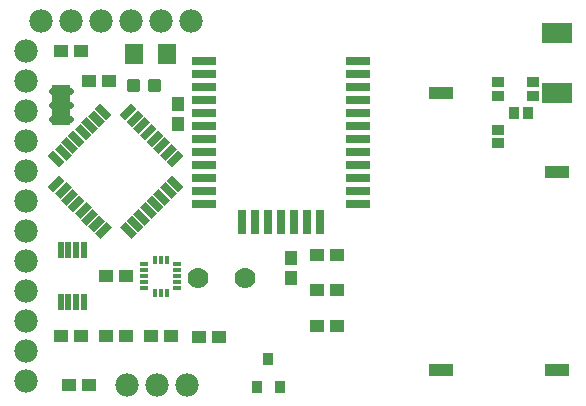
<source format=gts>
G75*
%MOIN*%
%OFA0B0*%
%FSLAX25Y25*%
%IPPOS*%
%LPD*%
%AMOC8*
5,1,8,0,0,1.08239X$1,22.5*
%
%ADD10R,0.04731X0.04337*%
%ADD11C,0.01301*%
%ADD12C,0.07800*%
%ADD13R,0.04337X0.04731*%
%ADD14R,0.05400X0.02600*%
%ADD15R,0.02600X0.05400*%
%ADD16R,0.03156X0.01502*%
%ADD17R,0.01502X0.03156*%
%ADD18C,0.02172*%
%ADD19R,0.06040X0.13760*%
%ADD20R,0.08274X0.03156*%
%ADD21R,0.03156X0.08274*%
%ADD22R,0.03943X0.03746*%
%ADD23R,0.03746X0.03943*%
%ADD24R,0.05912X0.06699*%
%ADD25C,0.07000*%
%ADD26R,0.03550X0.04337*%
%ADD27R,0.08077X0.04337*%
%ADD28R,0.10243X0.06699*%
%ADD29R,0.02000X0.05800*%
D10*
X0024627Y0010158D03*
X0031320Y0010158D03*
X0028406Y0026300D03*
X0021714Y0026300D03*
X0036714Y0026300D03*
X0043406Y0026300D03*
X0051714Y0026300D03*
X0058406Y0026300D03*
X0067934Y0025906D03*
X0074627Y0025906D03*
X0107304Y0029843D03*
X0113997Y0029843D03*
X0113997Y0041654D03*
X0107304Y0041654D03*
X0107304Y0053465D03*
X0113997Y0053465D03*
X0043406Y0046300D03*
X0036714Y0046300D03*
X0037895Y0111300D03*
X0031202Y0111300D03*
X0028406Y0121300D03*
X0021714Y0121300D03*
D11*
X0044538Y0111401D02*
X0044538Y0108365D01*
X0044538Y0111401D02*
X0047574Y0111401D01*
X0047574Y0108365D01*
X0044538Y0108365D01*
X0044538Y0109665D02*
X0047574Y0109665D01*
X0047574Y0110965D02*
X0044538Y0110965D01*
X0051444Y0111401D02*
X0051444Y0108365D01*
X0051444Y0111401D02*
X0054480Y0111401D01*
X0054480Y0108365D01*
X0051444Y0108365D01*
X0051444Y0109665D02*
X0054480Y0109665D01*
X0054480Y0110965D02*
X0051444Y0110965D01*
D12*
X0010060Y0011300D03*
X0010060Y0021300D03*
X0010060Y0031300D03*
X0010060Y0041300D03*
X0010060Y0051300D03*
X0010060Y0061300D03*
X0010060Y0071300D03*
X0010060Y0081300D03*
X0010060Y0091300D03*
X0010060Y0101300D03*
X0010060Y0111300D03*
X0010060Y0121300D03*
X0015060Y0131300D03*
X0025060Y0131300D03*
X0035060Y0131300D03*
X0045060Y0131300D03*
X0055060Y0131300D03*
X0065060Y0131300D03*
X0063721Y0010158D03*
X0053721Y0010158D03*
X0043721Y0010158D03*
D13*
X0098446Y0045788D03*
X0098446Y0052481D03*
X0060690Y0096891D03*
X0060690Y0103583D03*
D14*
G36*
X0036894Y0098217D02*
X0033077Y0102034D01*
X0034916Y0103873D01*
X0038733Y0100056D01*
X0036894Y0098217D01*
G37*
G36*
X0034667Y0095990D02*
X0030850Y0099807D01*
X0032689Y0101646D01*
X0036506Y0097829D01*
X0034667Y0095990D01*
G37*
G36*
X0032440Y0093763D02*
X0028623Y0097580D01*
X0030462Y0099419D01*
X0034279Y0095602D01*
X0032440Y0093763D01*
G37*
G36*
X0030212Y0091536D02*
X0026395Y0095353D01*
X0028234Y0097192D01*
X0032051Y0093375D01*
X0030212Y0091536D01*
G37*
G36*
X0027985Y0089309D02*
X0024168Y0093126D01*
X0026007Y0094965D01*
X0029824Y0091148D01*
X0027985Y0089309D01*
G37*
G36*
X0025758Y0087081D02*
X0021941Y0090898D01*
X0023780Y0092737D01*
X0027597Y0088920D01*
X0025758Y0087081D01*
G37*
G36*
X0023531Y0084854D02*
X0019714Y0088671D01*
X0021553Y0090510D01*
X0025370Y0086693D01*
X0023531Y0084854D01*
G37*
G36*
X0021304Y0082627D02*
X0017487Y0086444D01*
X0019326Y0088283D01*
X0023143Y0084466D01*
X0021304Y0082627D01*
G37*
G36*
X0047431Y0060954D02*
X0043614Y0064771D01*
X0045453Y0066610D01*
X0049270Y0062793D01*
X0047431Y0060954D01*
G37*
G36*
X0045204Y0058727D02*
X0041387Y0062544D01*
X0043226Y0064383D01*
X0047043Y0060566D01*
X0045204Y0058727D01*
G37*
G36*
X0049658Y0063181D02*
X0045841Y0066998D01*
X0047680Y0068837D01*
X0051497Y0065020D01*
X0049658Y0063181D01*
G37*
G36*
X0051886Y0065408D02*
X0048069Y0069225D01*
X0049908Y0071064D01*
X0053725Y0067247D01*
X0051886Y0065408D01*
G37*
G36*
X0054113Y0067635D02*
X0050296Y0071452D01*
X0052135Y0073291D01*
X0055952Y0069474D01*
X0054113Y0067635D01*
G37*
G36*
X0056340Y0069863D02*
X0052523Y0073680D01*
X0054362Y0075519D01*
X0058179Y0071702D01*
X0056340Y0069863D01*
G37*
G36*
X0058567Y0072090D02*
X0054750Y0075907D01*
X0056589Y0077746D01*
X0060406Y0073929D01*
X0058567Y0072090D01*
G37*
G36*
X0060794Y0074317D02*
X0056977Y0078134D01*
X0058816Y0079973D01*
X0062633Y0076156D01*
X0060794Y0074317D01*
G37*
D15*
G36*
X0058816Y0082627D02*
X0056977Y0084466D01*
X0060794Y0088283D01*
X0062633Y0086444D01*
X0058816Y0082627D01*
G37*
G36*
X0056589Y0084854D02*
X0054750Y0086693D01*
X0058567Y0090510D01*
X0060406Y0088671D01*
X0056589Y0084854D01*
G37*
G36*
X0054362Y0087081D02*
X0052523Y0088920D01*
X0056340Y0092737D01*
X0058179Y0090898D01*
X0054362Y0087081D01*
G37*
G36*
X0052135Y0089309D02*
X0050296Y0091148D01*
X0054113Y0094965D01*
X0055952Y0093126D01*
X0052135Y0089309D01*
G37*
G36*
X0049908Y0091536D02*
X0048069Y0093375D01*
X0051886Y0097192D01*
X0053725Y0095353D01*
X0049908Y0091536D01*
G37*
G36*
X0047680Y0093763D02*
X0045841Y0095602D01*
X0049658Y0099419D01*
X0051497Y0097580D01*
X0047680Y0093763D01*
G37*
G36*
X0045453Y0095990D02*
X0043614Y0097829D01*
X0047431Y0101646D01*
X0049270Y0099807D01*
X0045453Y0095990D01*
G37*
G36*
X0043226Y0098217D02*
X0041387Y0100056D01*
X0045204Y0103873D01*
X0047043Y0102034D01*
X0043226Y0098217D01*
G37*
G36*
X0019326Y0074317D02*
X0017487Y0076156D01*
X0021304Y0079973D01*
X0023143Y0078134D01*
X0019326Y0074317D01*
G37*
G36*
X0021553Y0072090D02*
X0019714Y0073929D01*
X0023531Y0077746D01*
X0025370Y0075907D01*
X0021553Y0072090D01*
G37*
G36*
X0023780Y0069863D02*
X0021941Y0071702D01*
X0025758Y0075519D01*
X0027597Y0073680D01*
X0023780Y0069863D01*
G37*
G36*
X0026007Y0067635D02*
X0024168Y0069474D01*
X0027985Y0073291D01*
X0029824Y0071452D01*
X0026007Y0067635D01*
G37*
G36*
X0028234Y0065408D02*
X0026395Y0067247D01*
X0030212Y0071064D01*
X0032051Y0069225D01*
X0028234Y0065408D01*
G37*
G36*
X0030462Y0063181D02*
X0028623Y0065020D01*
X0032440Y0068837D01*
X0034279Y0066998D01*
X0030462Y0063181D01*
G37*
G36*
X0032689Y0060954D02*
X0030850Y0062793D01*
X0034667Y0066610D01*
X0036506Y0064771D01*
X0032689Y0060954D01*
G37*
G36*
X0034916Y0058727D02*
X0033077Y0060566D01*
X0036894Y0064383D01*
X0038733Y0062544D01*
X0034916Y0058727D01*
G37*
D16*
X0049548Y0050237D03*
X0049548Y0048269D03*
X0049548Y0046300D03*
X0049548Y0044331D03*
X0049548Y0042363D03*
X0060572Y0042363D03*
X0060572Y0044331D03*
X0060572Y0046300D03*
X0060572Y0048269D03*
X0060572Y0050237D03*
D17*
X0057028Y0051812D03*
X0055060Y0051812D03*
X0053091Y0051812D03*
X0053091Y0040788D03*
X0055060Y0040788D03*
X0057028Y0040788D03*
D18*
X0024696Y0098662D02*
X0018968Y0098662D01*
X0018968Y0103387D02*
X0024696Y0103387D01*
X0024696Y0108111D02*
X0018968Y0108111D01*
D19*
X0021842Y0103377D03*
D20*
X0069588Y0105040D03*
X0069588Y0100709D03*
X0069588Y0096379D03*
X0069588Y0092048D03*
X0069588Y0087717D03*
X0069588Y0083387D03*
X0069588Y0079056D03*
X0069588Y0074725D03*
X0069588Y0070394D03*
X0069588Y0109371D03*
X0069588Y0113702D03*
X0069588Y0118032D03*
X0120769Y0118032D03*
X0120769Y0113702D03*
X0120769Y0109371D03*
X0120769Y0105040D03*
X0120769Y0100709D03*
X0120769Y0096379D03*
X0120769Y0092048D03*
X0120769Y0087717D03*
X0120769Y0083387D03*
X0120769Y0079056D03*
X0120769Y0074725D03*
X0120769Y0070394D03*
D21*
X0108170Y0064489D03*
X0103840Y0064489D03*
X0099509Y0064489D03*
X0095178Y0064489D03*
X0090847Y0064489D03*
X0086517Y0064489D03*
X0082186Y0064489D03*
D22*
X0167343Y0090552D03*
X0167343Y0095119D03*
X0167343Y0106300D03*
X0167343Y0110867D03*
X0179154Y0110867D03*
X0179154Y0106300D03*
D23*
X0177501Y0100709D03*
X0172934Y0100709D03*
D24*
X0057107Y0120394D03*
X0046084Y0120394D03*
D25*
X0067343Y0045591D03*
X0083091Y0045591D03*
D26*
X0090966Y0018820D03*
X0094706Y0009371D03*
X0087225Y0009371D03*
D27*
X0148446Y0014883D03*
X0187028Y0014883D03*
X0187028Y0081024D03*
X0148446Y0107402D03*
D28*
X0187028Y0107402D03*
X0187028Y0127481D03*
D29*
X0029450Y0054979D03*
X0026891Y0054979D03*
X0024332Y0054979D03*
X0021773Y0054979D03*
X0021773Y0037779D03*
X0024332Y0037779D03*
X0026891Y0037779D03*
X0029450Y0037779D03*
M02*

</source>
